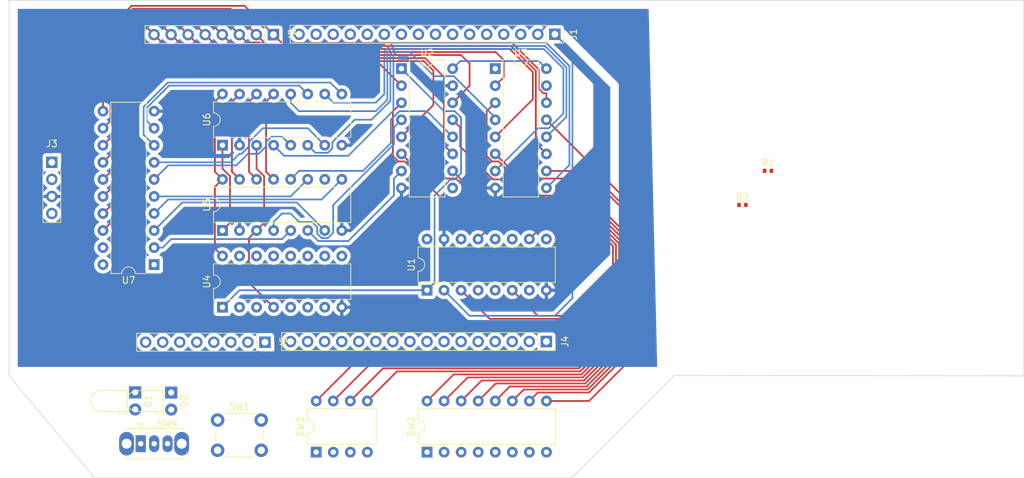
<source format=kicad_pcb>
(kicad_pcb (version 20211014) (generator pcbnew)
  (layers (0 "F.Cu" signal) (31 "B.Cu" signal) (34 "B.Paste" user) (35 "F.Paste" user) (36 "B.SilkS" user "B.Silkscreen") (37 "F.SilkS" user "F.Silkscreen") (38 "B.Mask" user) (39 "F.Mask" user) (44 "Edge.Cuts" user))
  (net 0 "")
  (net 1 "Net-(D1-Pad1)")
  (net 2 "Net-(D1-Pad2)")
  (net 3 "Net-(D2-Pad1)")
  (net 4 "Net-(D2-Pad2)")
  (net 5 "A0")
  (net 6 "A1")
  (net 7 "A2")
  (net 8 "A3")
  (net 9 "A4")
  (net 10 "A5")
  (net 11 "A6")
  (net 12 "A7")
  (net 13 "A8")
  (net 14 "A9")
  (net 15 "A10")
  (net 16 "A11")
  (net 17 "A12")
  (net 18 "A13")
  (net 19 "A14")
  (net 20 "A15")
  (net 21 "D0")
  (net 22 "D1")
  (net 23 "D2")
  (net 24 "D3")
  (net 25 "D4")
  (net 26 "D5")
  (net 27 "D6")
  (net 28 "D7")
  (net 29 "CLK")
  (net 30 "RST")
  (net 31 "GND")
  (net 32 "+5V")
  (net 33 "X")
  (net 34 "OI")
  (net 35 "MW")
  (net 36 "H")
  (net 37 "C")
  (net 38 "~{II}")
  (net 39 "Im")
  (net 40 "~{ΣO}")
  (net 41 "~{ΣI}")
  (net 42 "RO")
  (net 43 "RI")
  (net 44 "~{MO}")
  (net 45 "MI")
  (net 46 "~{CO}")
  (net 47 "CE")
  (net 48 "~{CI}")
  (net 57 "Net-(SW2-Pad9)")
  (net 58 "Net-(SW2-Pad10)")
  (net 59 "Net-(SW2-Pad11)")
  (net 60 "Net-(SW2-Pad12)")
  (net 61 "Net-(SW2-Pad13)")
  (net 62 "Net-(SW2-Pad14)")
  (net 63 "Net-(SW2-Pad15)")
  (net 64 "Net-(SW2-Pad16)")
  (net 69 "Net-(SW3-Pad5)")
  (net 70 "Net-(SW3-Pad6)")
  (net 71 "Net-(SW3-Pad7)")
  (net 72 "Net-(SW3-Pad8)")
  (net 74 "Net-(SW4-Pad2)")
  (net 75 "Net-(U1-Pad4)")
  (net 76 "Net-(U1-Pad7)")
  (net 77 "Net-(U1-Pad9)")
  (net 78 "Net-(U1-Pad12)")
  (net 79 "Net-(U2-Pad4)")
  (net 80 "Net-(U2-Pad7)")
  (net 81 "Net-(U2-Pad9)")
  (net 82 "Net-(U2-Pad12)")
  (net 84 "Net-(U3-Pad4)")
  (net 85 "Net-(U3-Pad7)")
  (net 86 "Net-(U3-Pad9)")
  (net 87 "Net-(U3-Pad12)")
  (net 90 "Net-(U4-Pad4)")
  (net 101 "Net-(U5-Pad5)")
  (net 102 "Net-(U5-Pad7)")
  (net 103 "Net-(U5-Pad9)")
  (net 104 "Net-(U5-Pad11)")
  (net 107 "Net-(U7-Pad6)")
  (net 108 "Net-(U7-Pad7)")
  (net 109 "Net-(U7-Pad8)")
  (net 110 "Net-(U7-Pad9)")
  (footprint "Connector_PinSocket_2.54mm:PinSocket_1x16_P2.54mm_Vertical" (layer "F.Cu") (at 146.05 113.055 -90)
    (fp_text reference "J4")
    (fp_text value "CTRL_BUS")
  )
  (footprint "Connector_PinSocket_2.54mm:PinSocket_1x08_P2.54mm_Vertical" (layer "F.Cu") (at 105.395 67.335 -90)
    (fp_text reference "J2")
    (fp_text value "DATA_BUS")
  )
  (footprint "Resistor_SMD:R_0402_1005Metric" (layer "F.Cu") (at 179.07 87.63)
    (fp_text reference "R1")
    (fp_text value "R")
  )
  (footprint "Connector_PinSocket_2.54mm:PinSocket_1x04_P2.54mm_Vertical" (layer "F.Cu") (at 72.39 86.36)
    (fp_text reference "J3")
    (fp_text value "Conn_01x03_Female")
  )
  (footprint "Connector_PinSocket_2.54mm:PinSocket_1x08_P2.54mm_Vertical" (layer "F.Cu") (at 104.14 113.15 -90)
    (fp_text reference "J5")
    (fp_text value "INST_REG")
  )
  (footprint "Package_DIP:DIP-16_W7.62mm" (layer "F.Cu") (at 97.805 96.51 90)
    (fp_text reference "U5")
    (fp_text value "74LS189")
  )
  (footprint "Package_DIP:DIP-16_W7.62mm" (layer "F.Cu") (at 97.805 83.81 90)
    (fp_text reference "U6")
    (fp_text value "74LS189")
  )
  (footprint "Package_DIP:DIP-16_W7.62mm" (layer "F.Cu") (at 128.285 129.53 90)
    (fp_text reference "SW2")
    (fp_text value "SW_DIP_x08")
  )
  (footprint "LED_THT:LED_D3.0mm_Horizontal_O1.27mm_Z2.0mm" (layer "F.Cu") (at 90.17 120.65 -90)
    (fp_text reference "D2")
    (fp_text value "LED")
  )
  (footprint "Package_DIP:DIP-20_W7.62mm" (layer "F.Cu") (at 87.63 101.6 180)
    (fp_text reference "U7")
    (fp_text value "74HC245")
  )
  (footprint "Button_Switch_THT:SW_PUSH_6mm" (layer "F.Cu") (at 97.08 124.75)
    (fp_text reference "SW1")
    (fp_text value "SW_DPDT_x2")
  )
  (footprint "Resistor_SMD:R_0402_1005Metric" (layer "F.Cu") (at 175.26 92.71)
    (fp_text reference "R2")
    (fp_text value "R")
  )
  (footprint "Package_DIP:DIP-16_W7.62mm" (layer "F.Cu") (at 124.47 72.405)
    (fp_text reference "U2")
    (fp_text value "74LS157")
  )
  (footprint "Package_DIP:DIP-16_W7.62mm" (layer "F.Cu") (at 138.44 72.405)
    (fp_text reference "U3")
    (fp_text value "74LS157")
  )
  (footprint "Package_DIP:DIP-16_W7.62mm" (layer "F.Cu") (at 128.27 105.41 90)
    (fp_text reference "U1")
    (fp_text value "74LS157")
  )
  (footprint "Connector_PinSocket_2.54mm:PinSocket_1x16_P2.54mm_Vertical" (layer "F.Cu") (at 147.32 67.285 -90)
    (fp_text reference "J1")
    (fp_text value "ADDR_BUS")
  )
  (footprint "Package_DIP:DIP-16_W7.62mm" (layer "F.Cu") (at 97.805 107.94 90)
    (fp_text reference "U4")
    (fp_text value "74LS158")
  )
  (footprint "Button_Switch_THT:SW_Slide_1P2T_CK_OS102011MS2Q" (layer "F.Cu") (at 85.63 128.27)
    (fp_text reference "SW4")
    (fp_text value "SW_Push")
  )
  (footprint "LED_THT:LED_D3.0mm_Horizontal_O1.27mm_Z2.0mm" (layer "F.Cu") (at 84.805 120.63 -90)
    (fp_text reference "D1")
    (fp_text value "LED")
  )
  (footprint "Package_DIP:DIP-8_W7.62mm" (layer "F.Cu") (at 111.77 129.53 90)
    (fp_text reference "SW3")
    (fp_text value "SW_DIP_x04")
  )
  (gr_line (start 78.74 133.35) (end 149.86 133.35) (layer "Edge.Cuts") (width 0.1))
  (gr_line (start 66.04 118.16) (end 66.04 62.23) (layer "Edge.Cuts") (width 0.1))
  (gr_line (start 165.1 118.11) (end 217.17 118.16) (layer "Edge.Cuts") (width 0.1))
  (gr_line (start 217.17 62.23) (end 217.17 118.16) (layer "Edge.Cuts") (width 0.1))
  (gr_line (start 165.1 118.11) (end 149.86 133.35) (layer "Edge.Cuts") (width 0.1))
  (gr_line (start 66.04 62.23) (end 217.17 62.23) (layer "Edge.Cuts") (width 0.1))
  (gr_line (start 66.04 118.16) (end 78.74 133.35) (layer "Edge.Cuts") (width 0.1))
  (segment (start 132.395991 78.74) (end 130.805 78.74) (width 0.25) (layer "B.Cu") (net 3))
  (segment (start 128.27 105.41) (end 129.395 104.285) (width 0.25) (layer "B.Cu") (net 3))
  (segment (start 132.425991 88.9) (end 133.35 87.975991) (width 0.25) (layer "B.Cu") (net 3))
  (segment (start 133.35 87.975991) (end 133.35 79.694009) (width 0.25) (layer "B.Cu") (net 3))
  (segment (start 133.35 79.694009) (end 132.395991 78.74) (width 0.25) (layer "B.Cu") (net 3))
  (segment (start 130.805 78.74) (end 124.47 72.405) (width 0.25) (layer "B.Cu") (net 3))
  (segment (start 129.395 91.289009) (end 131.784009 88.9) (width 0.25) (layer "B.Cu") (net 3))
  (segment (start 100.335 105.41) (end 97.805 107.94) (width 0.25) (layer "B.Cu") (net 3))
  (segment (start 128.27 105.41) (end 100.335 105.41) (width 0.25) (layer "B.Cu") (net 3))
  (segment (start 129.395 104.285) (end 129.395 91.289009) (width 0.25) (layer "B.Cu") (net 3))
  (segment (start 131.784009 88.9) (end 132.425991 88.9) (width 0.25) (layer "B.Cu") (net 3))
  (segment (start 149.938604 69.903604) (end 147.32 67.285) (width 0.25) (layer "B.Cu") (net 5))
  (segment (start 134.62 109.22) (end 147.32 109.22) (width 0.25) (layer "B.Cu") (net 5))
  (segment (start 149.938604 106.601396) (end 149.938604 69.903604) (width 0.25) (layer "B.Cu") (net 5))
  (segment (start 130.81 105.41) (end 134.62 109.22) (width 0.25) (layer "B.Cu") (net 5))
  (segment (start 147.32 109.22) (end 149.938604 106.601396) (width 0.25) (layer "B.Cu") (net 5))
  (segment (start 146.025 66.04) (end 146.05 66.04) (width 0.25) (layer "B.Cu") (net 6))
  (segment (start 144.78 67.285) (end 146.025 66.04) (width 0.25) (layer "B.Cu") (net 6))
  (segment (start 140.97 68.58) (end 144.935 72.545) (width 0.25) (layer "F.Cu") (net 21))
  (segment (start 145.594009 76.07) (end 146.06 76.07) (width 0.25) (layer "F.Cu") (net 21))
  (segment (start 84.27 63.05) (end 101.11 63.05) (width 0.25) (layer "F.Cu") (net 21))
  (segment (start 144.935 75.410991) (end 145.594009 76.07) (width 0.25) (layer "F.Cu") (net 21))
  (segment (start 106.64 68.58) (end 140.97 68.58) (width 0.25) (layer "F.Cu") (net 21))
  (segment (start 144.935 72.545) (end 144.935 75.410991) (width 0.25) (layer "F.Cu") (net 21))
  (segment (start 80.01 67.31) (end 84.27 63.05) (width 0.25) (layer "F.Cu") (net 21))
  (segment (start 80.01 78.74) (end 80.01 67.31) (width 0.25) (layer "F.Cu") (net 21))
  (segment (start 146.06 76.07) (end 146.06 77.485) (width 0.25) (layer "F.Cu") (net 21))
  (segment (start 101.11 63.05) (end 105.395 67.335) (width 0.25) (layer "F.Cu") (net 21))
  (segment (start 105.395 67.335) (end 106.64 68.58) (width 0.25) (layer "F.Cu") (net 21))
  (segment (start 144.485 83.53) (end 146.06 85.105) (width 0.25) (layer "F.Cu") (net 22))
  (segment (start 144.485 72.731396) (end 144.485 83.53) (width 0.25) (layer "F.Cu") (net 22))
  (segment (start 140.783604 69.03) (end 144.485 72.731396) (width 0.25) (layer "F.Cu") (net 22))
  (segment (start 81.135 80.155) (end 81.135 66.821396) (width 0.25) (layer "F.Cu") (net 22))
  (segment (start 102.855 67.335) (end 104.55 69.03) (width 0.25) (layer "F.Cu") (net 22))
  (segment (start 104.55 69.03) (end 140.783604 69.03) (width 0.25) (layer "F.Cu") (net 22))
  (segment (start 99.02 63.5) (end 102.855 67.335) (width 0.25) (layer "F.Cu") (net 22))
  (segment (start 80.01 81.28) (end 81.135 80.155) (width 0.25) (layer "F.Cu") (net 22))
  (segment (start 81.135 66.821396) (end 84.456396 63.5) (width 0.25) (layer "F.Cu") (net 22))
  (segment (start 84.456396 63.5) (end 99.02 63.5) (width 0.25) (layer "F.Cu") (net 22))
  (segment (start 80.01 83.82) (end 81.585 82.245) (width 0.25) (layer "F.Cu") (net 23))
  (segment (start 100.315 67.335) (end 101.49 68.51) (width 0.25) (layer "F.Cu") (net 23))
  (segment (start 144.035 72.917792) (end 144.035 76.97) (width 0.25) (layer "F.Cu") (net 23))
  (segment (start 81.585 67.007792) (end 84.642792 63.95) (width 0.25) (layer "F.Cu") (net 23))
  (segment (start 84.642792 63.95) (end 96.93 63.95) (width 0.25) (layer "F.Cu") (net 23))
  (segment (start 104.311701 69.48) (end 140.597208 69.48) (width 0.25) (layer "F.Cu") (net 23))
  (segment (start 81.585 82.245) (end 81.585 67.007792) (width 0.25) (layer "F.Cu") (net 23))
  (segment (start 144.035 76.97) (end 138.44 82.565) (width 0.25) (layer "F.Cu") (net 23))
  (segment (start 101.49 68.51) (end 103.341701 68.51) (width 0.25) (layer "F.Cu") (net 23))
  (segment (start 96.93 63.95) (end 100.315 67.335) (width 0.25) (layer "F.Cu") (net 23))
  (segment (start 140.597208 69.48) (end 144.035 72.917792) (width 0.25) (layer "F.Cu") (net 23))
  (segment (start 103.341701 68.51) (end 104.311701 69.48) (width 0.25) (layer "F.Cu") (net 23))
  (segment (start 138.51 69.93) (end 139.7 71.12) (width 0.25) (layer "F.Cu") (net 24))
  (segment (start 139.7 71.12) (end 139.7 73.685) (width 0.25) (layer "F.Cu") (net 24))
  (segment (start 80.01 86.36) (end 82.035 84.335) (width 0.25) (layer "F.Cu") (net 24))
  (segment (start 94.84 64.4) (end 97.775 67.335) (width 0.25) (layer "F.Cu") (net 24))
  (segment (start 82.035 67.194188) (end 84.829188 64.4) (width 0.25) (layer "F.Cu") (net 24))
  (segment (start 97.775 67.335) (end 100.37 69.93) (width 0.25) (layer "F.Cu") (net 24))
  (segment (start 139.7 73.685) (end 138.44 74.945) (width 0.25) (layer "F.Cu") (net 24))
  (segment (start 100.37 69.93) (end 138.51 69.93) (width 0.25) (layer "F.Cu") (net 24))
  (segment (start 82.035 84.335) (end 82.035 67.194188) (width 0.25) (layer "F.Cu") (net 24))
  (segment (start 84.829188 64.4) (end 94.84 64.4) (width 0.25) (layer "F.Cu") (net 24))
  (segment (start 133.35 70.38) (end 134.62 71.65) (width 0.25) (layer "F.Cu") (net 25))
  (segment (start 82.552792 86.357208) (end 82.552792 67.312792) (width 0.25) (layer "F.Cu") (net 25))
  (segment (start 92.75 64.85) (end 95.235 67.335) (width 0.25) (layer "F.Cu") (net 25))
  (segment (start 95.235 67.335) (end 98.28 70.38) (width 0.25) (layer "F.Cu") (net 25))
  (segment (start 98.28 70.38) (end 133.35 70.38) (width 0.25) (layer "F.Cu") (net 25))
  (segment (start 134.62 71.65) (end 134.62 74.955) (width 0.25) (layer "F.Cu") (net 25))
  (segment (start 82.552792 67.312792) (end 85.015584 64.85) (width 0.25) (layer "F.Cu") (net 25))
  (segment (start 134.62 74.955) (end 132.09 77.485) (width 0.25) (layer "F.Cu") (net 25))
  (segment (start 80.01 88.9) (end 82.552792 86.357208) (width 0.25) (layer "F.Cu") (net 25))
  (segment (start 85.015584 64.85) (end 92.75 64.85) (width 0.25) (layer "F.Cu") (net 25))
  (segment (start 130.81 73.66) (end 130.81 83.825) (width 0.25) (layer "F.Cu") (net 26))
  (segment (start 80.01 91.44) (end 82.868198 88.581802) (width 0.25) (layer "F.Cu") (net 26))
  (segment (start 92.695 67.335) (end 96.19 70.83) (width 0.25) (layer "F.Cu") (net 26))
  (segment (start 90.66 65.3) (end 92.695 67.335) (width 0.25) (layer "F.Cu") (net 26))
  (segment (start 82.868198 88.581802) (end 82.868198 86.678198) (width 0.25) (layer "F.Cu") (net 26))
  (segment (start 96.19 70.83) (end 127.98 70.83) (width 0.25) (layer "F.Cu") (net 26))
  (segment (start 83.002792 67.499188) (end 85.20198 65.3) (width 0.25) (layer "F.Cu") (net 26))
  (segment (start 130.81 83.825) (end 132.09 85.105) (width 0.25) (layer "F.Cu") (net 26))
  (segment (start 85.20198 65.3) (end 90.66 65.3) (width 0.25) (layer "F.Cu") (net 26))
  (segment (start 83.002792 86.543604) (end 83.002792 67.499188) (width 0.25) (layer "F.Cu") (net 26))
  (segment (start 127.98 70.83) (end 130.81 73.66) (width 0.25) (layer "F.Cu") (net 26))
  (segment (start 82.868198 86.678198) (end 83.002792 86.543604) (width 0.25) (layer "F.Cu") (net 26))
  (segment (start 80.01 93.98) (end 83.452792 90.537208) (width 0.25) (layer "F.Cu") (net 27))
  (segment (start 85.388376 65.75) (end 88.57 65.75) (width 0.25) (layer "F.Cu") (net 27))
  (segment (start 129.221802 77.813198) (end 124.47 82.565) (width 0.25) (layer "F.Cu") (net 27))
  (segment (start 88.57 65.75) (end 90.155 67.335) (width 0.25) (layer "F.Cu") (net 27))
  (segment (start 83.452792 67.685584) (end 85.388376 65.75) (width 0.25) (layer "F.Cu") (net 27))
  (segment (start 83.452792 90.537208) (end 83.452792 67.685584) (width 0.25) (layer "F.Cu") (net 27))
  (segment (start 94.1 71.28) (end 127.793604 71.28) (width 0.25) (layer "F.Cu") (net 27))
  (segment (start 127.793604 71.28) (end 129.221802 72.708198) (width 0.25) (layer "F.Cu") (net 27))
  (segment (start 129.221802 72.708198) (end 129.221802 77.813198) (width 0.25) (layer "F.Cu") (net 27))
  (segment (start 90.155 67.335) (end 94.1 71.28) (width 0.25) (layer "F.Cu") (net 27))
  (segment (start 85.574772 66.2) (end 86.48 66.2) (width 0.25) (layer "F.Cu") (net 28))
  (segment (start 87.615 67.335) (end 92.01 71.73) (width 0.25) (layer "F.Cu") (net 28))
  (segment (start 92.01 71.73) (end 121.255 71.73) (width 0.25) (layer "F.Cu") (net 28))
  (segment (start 80.01 96.52) (end 83.902792 92.627208) (width 0.25) (layer "F.Cu") (net 28))
  (segment (start 121.255 71.73) (end 124.47 74.945) (width 0.25) (layer "F.Cu") (net 28))
  (segment (start 86.48 66.2) (end 87.615 67.335) (width 0.25) (layer "F.Cu") (net 28))
  (segment (start 83.902792 67.87198) (end 85.574772 66.2) (width 0.25) (layer "F.Cu") (net 28))
  (segment (start 83.902792 92.627208) (end 83.902792 67.87198) (width 0.25) (layer "F.Cu") (net 28))
  (segment (start 97.805 76.19) (end 96.68 77.315) (width 0.25) (layer "F.Cu") (net 32))
  (segment (start 97.805 88.89) (end 96.68 90.015) (width 0.25) (layer "F.Cu") (net 32))
  (segment (start 96.68 90.015) (end 96.68 99.195) (width 0.25) (layer "F.Cu") (net 32))
  (segment (start 96.68 99.195) (end 97.805 100.32) (width 0.25) (layer "F.Cu") (net 32))
  (segment (start 96.68 87.765) (end 97.805 88.89) (width 0.25) (layer "F.Cu") (net 32))
  (segment (start 96.68 77.315) (end 96.68 87.765) (width 0.25) (layer "F.Cu") (net 32))
  (segment (start 132.09 72.405) (end 133.215 71.28) (width 0.25) (layer "B.Cu") (net 32))
  (segment (start 144.935 71.28) (end 146.06 72.405) (width 0.25) (layer "B.Cu") (net 32))
  (segment (start 133.215 71.28) (end 144.935 71.28) (width 0.25) (layer "B.Cu") (net 32))
  (segment (start 160.02 93.985) (end 146.06 80.025) (width 0.25) (layer "F.Cu") (net 57))
  (segment (start 152.41 121.91) (end 160.02 114.3) (width 0.25) (layer "F.Cu") (net 57))
  (segment (start 146.065 121.91) (end 152.41 121.91) (width 0.25) (layer "F.Cu") (net 57))
  (segment (start 160.02 114.3) (end 160.02 93.985) (width 0.25) (layer "F.Cu") (net 57))
  (segment (start 152.385 87.645) (end 146.06 87.645) (width 0.25) (layer "F.Cu") (net 58))
  (segment (start 159.57 113.48) (end 159.57 94.8) (width 0.25) (layer "F.Cu") (net 58))
  (segment (start 152.4 87.63) (end 152.385 87.645) (width 0.25) (layer "F.Cu") (net 58))
  (segment (start 143.525 121.91) (end 144.785 120.65) (width 0.25) (layer "F.Cu") (net 58))
  (segment (start 159.57 94.8) (end 152.4 87.63) (width 0.25) (layer "F.Cu") (net 58))
  (segment (start 144.785 120.65) (end 152.4 120.65) (width 0.25) (layer "F.Cu") (net 58))
  (segment (start 152.4 120.65) (end 159.57 113.48) (width 0.25) (layer "F.Cu") (net 58))
  (segment (start 142.695 120.2) (end 152.213604 120.2) (width 0.25) (layer "F.Cu") (net 59))
  (segment (start 152.213604 120.2) (end 159.12 113.293604) (width 0.25) (layer "F.Cu") (net 59))
  (segment (start 159.12 94.986396) (end 152.903604 88.77) (width 0.25) (layer "F.Cu") (net 59))
  (segment (start 142.105 88.77) (end 138.44 85.105) (width 0.25) (layer "F.Cu") (net 59))
  (segment (start 159.12 113.293604) (end 159.12 94.986396) (width 0.25) (layer "F.Cu") (net 59))
  (segment (start 152.903604 88.77) (end 142.105 88.77) (width 0.25) (layer "F.Cu") (net 59))
  (segment (start 140.985 121.91) (end 142.695 120.2) (width 0.25) (layer "F.Cu") (net 59))
  (segment (start 158.67 97.71) (end 152.27 91.31) (width 0.25) (layer "F.Cu") (net 60))
  (segment (start 137.974009 86.23) (end 137.16 85.415991) (width 0.25) (layer "F.Cu") (net 60))
  (segment (start 137.16 85.415991) (end 137.16 78.74) (width 0.25) (layer "F.Cu") (net 60))
  (segment (start 138.928604 86.23) (end 137.974009 86.23) (width 0.25) (layer "F.Cu") (net 60))
  (segment (start 152.027208 119.75) (end 158.67 113.107208) (width 0.25) (layer "F.Cu") (net 60))
  (segment (start 138.445 121.91) (end 139.7 120.655) (width 0.25) (layer "F.Cu") (net 60))
  (segment (start 158.67 113.107208) (end 158.67 97.71) (width 0.25) (layer "F.Cu") (net 60))
  (segment (start 139.7 120.655) (end 139.7 120.65) (width 0.25) (layer "F.Cu") (net 60))
  (segment (start 144.008604 91.31) (end 138.928604 86.23) (width 0.25) (layer "F.Cu") (net 60))
  (segment (start 139.7 120.65) (end 140.6 119.75) (width 0.25) (layer "F.Cu") (net 60))
  (segment (start 152.27 91.31) (end 144.008604 91.31) (width 0.25) (layer "F.Cu") (net 60))
  (segment (start 137.16 78.74) (end 138.43 77.47) (width 0.25) (layer "F.Cu") (net 60))
  (segment (start 140.6 119.75) (end 152.027208 119.75) (width 0.25) (layer "F.Cu") (net 60))
  (segment (start 158.22 112.920811) (end 158.22 97.896396) (width 0.25) (layer "F.Cu") (net 61))
  (segment (start 152.083604 91.76) (end 143.822208 91.76) (width 0.25) (layer "F.Cu") (net 61))
  (segment (start 151.840812 119.3) (end 158.22 112.920811) (width 0.25) (layer "F.Cu") (net 61))
  (segment (start 133.215 84.010991) (end 133.215 81.15) (width 0.25) (layer "F.Cu") (net 61))
  (segment (start 135.905 121.91) (end 138.515 119.3) (width 0.25) (layer "F.Cu") (net 61))
  (segment (start 158.22 97.896396) (end 152.083604 91.76) (width 0.25) (layer "F.Cu") (net 61))
  (segment (start 140.962208 88.9) (end 138.104009 88.9) (width 0.25) (layer "F.Cu") (net 61))
  (segment (start 138.515 119.3) (end 151.840812 119.3) (width 0.25) (layer "F.Cu") (net 61))
  (segment (start 133.215 81.15) (end 132.09 80.025) (width 0.25) (layer "F.Cu") (net 61))
  (segment (start 138.104009 88.9) (end 133.215 84.010991) (width 0.25) (layer "F.Cu") (net 61))
  (segment (start 143.822208 91.76) (end 140.962208 88.9) (width 0.25) (layer "F.Cu") (net 61))
  (segment (start 157.77 112.734416) (end 157.77 98.082792) (width 0.25) (layer "F.Cu") (net 62))
  (segment (start 136.655 92.21) (end 132.09 87.645) (width 0.25) (layer "F.Cu") (net 62))
  (segment (start 151.897208 92.21) (end 136.655 92.21) (width 0.25) (layer "F.Cu") (net 62))
  (segment (start 151.654416 118.85) (end 157.77 112.734416) (width 0.25) (layer "F.Cu") (net 62))
  (segment (start 133.365 121.91) (end 134.62 120.655) (width 0.25) (layer "F.Cu") (net 62))
  (segment (start 134.62 120.655) (end 134.62 120.65) (width 0.25) (layer "F.Cu") (net 62))
  (segment (start 136.42 118.85) (end 151.654416 118.85) (width 0.25) (layer "F.Cu") (net 62))
  (segment (start 157.77 98.082792) (end 151.897208 92.21) (width 0.25) (layer "F.Cu") (net 62))
  (segment (start 134.62 120.65) (end 136.42 118.85) (width 0.25) (layer "F.Cu") (net 62))
  (segment (start 130.825 121.91) (end 134.335 118.4) (width 0.25) (layer "F.Cu") (net 63))
  (segment (start 134.335 118.4) (end 151.46802 118.4) (width 0.25) (layer "F.Cu") (net 63))
  (segment (start 128.135 88.77) (end 124.47 85.105) (width 0.25) (layer "F.Cu") (net 63))
  (segment (start 151.46802 118.4) (end 157.32 112.54802) (width 0.25) (layer "F.Cu") (net 63))
  (segment (start 157.32 112.54802) (end 157.32 98.269188) (width 0.25) (layer "F.Cu") (net 63))
  (segment (start 157.32 98.269188) (end 151.710812 92.66) (width 0.25) (layer "F.Cu") (net 63))
  (segment (start 136.468604 92.66) (end 132.578604 88.77) (width 0.25) (layer "F.Cu") (net 63))
  (segment (start 151.710812 92.66) (end 136.468604 92.66) (width 0.25) (layer "F.Cu") (net 63))
  (segment (start 132.578604 88.77) (end 128.135 88.77) (width 0.25) (layer "F.Cu") (net 63))
  (segment (start 156.87 98.455584) (end 151.524416 93.11) (width 0.25) (layer "F.Cu") (net 64))
  (segment (start 151.524416 93.11) (end 136.282208 93.11) (width 0.25) (layer "F.Cu") (net 64))
  (segment (start 123.19 85.415991) (end 123.19 78.765) (width 0.25) (layer "F.Cu") (net 64))
  (segment (start 131.431193 92.725202) (end 124.935991 86.23) (width 0.25) (layer "F.Cu") (net 64))
  (segment (start 128.285 121.91) (end 132.245 117.95) (width 0.25) (layer "F.Cu") (net 64))
  (segment (start 156.87 112.361624) (end 156.87 98.455584) (width 0.25) (layer "F.Cu") (net 64))
  (segment (start 151.281624 117.95) (end 156.87 112.361624) (width 0.25) (layer "F.Cu") (net 64))
  (segment (start 124.004009 86.23) (end 123.19 85.415991) (width 0.25) (layer "F.Cu") (net 64))
  (segment (start 136.282208 93.11) (end 135.89741 92.725202) (width 0.25) (layer "F.Cu") (net 64))
  (segment (start 135.89741 92.725202) (end 131.431193 92.725202) (width 0.25) (layer "F.Cu") (net 64))
  (segment (start 132.245 117.95) (end 151.281624 117.95) (width 0.25) (layer "F.Cu") (net 64))
  (segment (start 124.935991 86.23) (end 124.004009 86.23) (width 0.25) (layer "F.Cu") (net 64))
  (segment (start 123.19 78.765) (end 124.47 77.485) (width 0.25) (layer "F.Cu") (net 64))
  (segment (start 151.095228 117.5) (end 156.42 112.175228) (width 0.25) (layer "F.Cu") (net 69))
  (segment (start 119.39 121.91) (end 123.8 117.5) (width 0.25) (layer "F.Cu") (net 69))
  (segment (start 151.33802 93.56) (end 140.12 93.56) (width 0.25) (layer "F.Cu") (net 69))
  (segment (start 156.42 98.64198) (end 151.33802 93.56) (width 0.25) (layer "F.Cu") (net 69))
  (segment (start 140.12 93.56) (end 135.89 97.79) (width 0.25) (layer "F.Cu") (net 69))
  (segment (start 123.8 117.5) (end 151.095228 117.5) (width 0.25) (layer "F.Cu") (net 69))
  (segment (start 156.42 112.175228) (end 156.42 98.64198) (width 0.25) (layer "F.Cu") (net 69))
  (segment (start 121.71 117.05) (end 150.908832 117.05) (width 0.25) (layer "F.Cu") (net 70))
  (segment (start 151.151624 94.01) (end 147.29 94.01) (width 0.25) (layer "F.Cu") (net 70))
  (segment (start 116.85 121.91) (end 121.71 117.05) (width 0.25) (layer "F.Cu") (net 70))
  (segment (start 155.97 111.988832) (end 155.97 98.828376) (width 0.25) (layer "F.Cu") (net 70))
  (segment (start 147.29 94.01) (end 143.51 97.79) (width 0.25) (layer "F.Cu") (net 70))
  (segment (start 150.908832 117.05) (end 155.97 111.988832) (width 0.25) (layer "F.Cu") (net 70))
  (segment (start 155.97 98.828376) (end 151.151624 94.01) (width 0.25) (layer "F.Cu") (net 70))
  (segment (start 144.78 109.22) (end 140.97 105.41) (width 0.25) (layer "F.Cu") (net 71))
  (segment (start 114.31 121.91) (end 119.62 116.6) (width 0.25) (layer "F.Cu") (net 71))
  (segment (start 151.13 109.22) (end 144.78 109.22) (width 0.25) (layer "F.Cu") (net 71))
  (segment (start 119.62 116.6) (end 150.722436 116.6) (width 0.25) (layer "F.Cu") (net 71))
  (segment (start 153.346218 113.976218) (end 153.346218 111.436218) (width 0.25) (layer "F.Cu") (net 71))
  (segment (start 153.346218 111.436218) (end 151.13 109.22) (width 0.25) (layer "F.Cu") (net 71))
  (segment (start 150.722436 116.6) (end 153.346218 113.976218) (width 0.25) (layer "F.Cu") (net 71))
  (segment (start 111.77 121.91) (end 117.53 116.15) (width 0.25) (layer "F.Cu") (net 72))
  (segment (start 152.896218 113.789822) (end 152.896218 111.622614) (width 0.25) (layer "F.Cu") (net 72))
  (segment (start 137.61 109.67) (end 133.35 105.41) (width 0.25) (layer "F.Cu") (net 72))
  (segment (start 152.896218 111.622614) (end 150.943604 109.67) (width 0.25) (layer "F.Cu") (net 72))
  (segment (start 117.53 116.15) (end 150.53604 116.15) (width 0.25) (layer "F.Cu") (net 72))
  (segment (start 150.53604 116.15) (end 152.896218 113.789822) (width 0.25) (layer "F.Cu") (net 72))
  (segment (start 150.943604 109.67) (end 137.61 109.67) (width 0.25) (layer "F.Cu") (net 72))
  (segment (start 104.3 87.765) (end 105.425 88.89) (width 0.25) (layer "F.Cu") (net 75))
  (segment (start 104.3 77.315) (end 104.3 87.765) (width 0.25) (layer "F.Cu") (net 75))
  (segment (start 105.425 76.19) (end 104.3 77.315) (width 0.25) (layer "F.Cu") (net 75))
  (segment (start 102.885 76.19) (end 101.76 77.315) (width 0.25) (layer "F.Cu") (net 76))
  (segment (start 101.76 87.765) (end 102.885 88.89) (width 0.25) (layer "F.Cu") (net 76))
  (segment (start 101.76 77.315) (end 101.76 87.765) (width 0.25) (layer "F.Cu") (net 76))
  (segment (start 99.22 87.765) (end 100.345 88.89) (width 0.25) (layer "F.Cu") (net 77))
  (segment (start 100.345 76.19) (end 99.22 77.315) (width 0.25) (layer "F.Cu") (net 77))
  (segment (start 99.22 77.315) (end 99.22 87.765) (width 0.25) (layer "F.Cu") (net 77))
  (segment (start 98.93 95.385) (end 97.805 96.51) (width 0.25) (layer "F.Cu") (net 78))
  (segment (start 97.805 87.299009) (end 98.93 88.424009) (width 0.25) (layer "F.Cu") (net 78))
  (segment (start 97.805 83.81) (end 97.805 87.299009) (width 0.25) (layer "F.Cu") (net 78))
  (segment (start 98.93 88.424009) (end 98.93 95.385) (width 0.25) (layer "F.Cu") (net 78))
  (segment (start 111.92 96.975991) (end 111.92 96.021396) (width 0.25) (layer "B.Cu") (net 79))
  (segment (start 114.3 96.845991) (end 113.510991 97.635) (width 0.25) (layer "B.Cu") (net 79))
  (segment (start 105.425 95.235) (end 105.425 96.51) (width 0.25) (layer "B.Cu") (net 79))
  (segment (start 107.95 93.98) (end 106.68 93.98) (width 0.25) (layer "B.Cu") (net 79))
  (segment (start 111.148604 95.25) (end 109.22 95.25) (width 0.25) (layer "B.Cu") (net 79))
  (segment (start 113.510991 97.635) (end 112.579009 97.635) (width 0.25) (layer "B.Cu") (net 79))
  (segment (start 124.47 80.025) (end 123.345 81.15) (width 0.25) (layer "B.Cu") (net 79))
  (segment (start 111.92 96.021396) (end 111.148604 95.25) (width 0.25) (layer "B.Cu") (net 79))
  (segment (start 123.345 81.15) (end 123.345 83.665) (width 0.25) (layer "B.Cu") (net 79))
  (segment (start 114.3 92.71) (end 114.3 96.845991) (width 0.25) (layer "B.Cu") (net 79))
  (segment (start 106.68 93.98) (end 105.425 95.235) (width 0.25) (layer "B.Cu") (net 79))
  (segment (start 123.345 83.665) (end 114.3 92.71) (width 0.25) (layer "B.Cu") (net 79))
  (segment (start 109.22 95.25) (end 107.95 93.98) (width 0.25) (layer "B.Cu") (net 79))
  (segment (start 112.579009 97.635) (end 111.92 96.975991) (width 0.25) (layer "B.Cu") (net 79))
  (segment (start 112.08 98.085) (end 116.545 98.085) (width 0.25) (layer "B.Cu") (net 80))
  (segment (start 110.505 96.51) (end 112.08 98.085) (width 0.25) (layer "B.Cu") (net 80))
  (segment (start 123.345 88.77) (end 124.47 87.645) (width 0.25) (layer "B.Cu") (net 80))
  (segment (start 116.545 98.085) (end 123.345 91.285) (width 0.25) (layer "B.Cu") (net 80))
  (segment (start 123.345 91.285) (end 123.345 88.77) (width 0.25) (layer "B.Cu") (net 80))
  (segment (start 122.895 83.478604) (end 122.895 80.009009) (width 0.25) (layer "B.Cu") (net 82))
  (segment (start 107.965 88.89) (end 109.225 87.63) (width 0.25) (layer "B.Cu") (net 82))
  (segment (start 118.743604 87.63) (end 122.895 83.478604) (width 0.25) (layer "B.Cu") (net 82))
  (segment (start 109.225 87.63) (end 118.743604 87.63) (width 0.25) (layer "B.Cu") (net 82))
  (segment (start 128.265 78.74) (end 132.09 82.565) (width 0.25) (layer "B.Cu") (net 82))
  (segment (start 122.895 80.009009) (end 124.164009 78.74) (width 0.25) (layer "B.Cu") (net 82))
  (segment (start 124.164009 78.74) (end 128.265 78.74) (width 0.25) (layer "B.Cu") (net 82))
  (segment (start 105.425 83.81) (end 107 85.385) (width 0.25) (layer "B.Cu") (net 84))
  (segment (start 123.749188 69.93) (end 125.73 69.93) (width 0.25) (layer "B.Cu") (net 84))
  (segment (start 123.27 78.66) (end 123.27 70.409188) (width 0.25) (layer "B.Cu") (net 84))
  (segment (start 129.33 73.53) (end 132.265991 73.53) (width 0.25) (layer "B.Cu") (net 84))
  (segment (start 116.545 85.385) (end 123.27 78.66) (width 0.25) (layer "B.Cu") (net 84))
  (segment (start 138.44 79.704009) (end 138.44 80.025) (width 0.25) (layer "B.Cu") (net 84))
  (segment (start 125.73 69.93) (end 129.33 73.53) (width 0.25) (layer "B.Cu") (net 84))
  (segment (start 123.27 70.409188) (end 123.749188 69.93) (width 0.25) (layer "B.Cu") (net 84))
  (segment (start 107 85.385) (end 116.545 85.385) (width 0.25) (layer "B.Cu") (net 84))
  (segment (start 132.265991 73.53) (end 138.44 79.704009) (width 0.25) (layer "B.Cu") (net 84))
  (segment (start 122.82 70.222792) (end 123.562792 69.48) (width 0.25) (layer "B.Cu") (net 85))
  (segment (start 145.677208 69.48) (end 148.588604 72.391396) (width 0.25) (layer "B.Cu") (net 85))
  (segment (start 113.510991 84.935) (end 114.17 84.275991) (width 0.25) (layer "B.Cu") (net 85))
  (segment (start 148.588604 79.087387) (end 146.395991 81.28) (width 0.25) (layer "B.Cu") (net 85))
  (segment (start 122.82 77.206396) (end 122.82 70.222792) (width 0.25) (layer "B.Cu") (net 85))
  (segment (start 111.63 84.935) (end 113.510991 84.935) (width 0.25) (layer "B.Cu") (net 85))
  (segment (start 120.016396 80.01) (end 122.82 77.206396) (width 0.25) (layer "B.Cu") (net 85))
  (segment (start 148.588604 72.391396) (end 148.588604 79.087387) (width 0.25) (layer "B.Cu") (net 85))
  (segment (start 117.504009 80.01) (end 120.016396 80.01) (width 0.25) (layer "B.Cu") (net 85))
  (segment (start 144.805 81.28) (end 138.44 87.645) (width 0.25) (layer "B.Cu") (net 85))
  (segment (start 114.17 84.275991) (end 114.17 83.344009) (width 0.25) (layer "B.Cu") (net 85))
  (segment (start 146.395991 81.28) (end 144.805 81.28) (width 0.25) (layer "B.Cu") (net 85))
  (segment (start 123.562792 69.48) (end 145.677208 69.48) (width 0.25) (layer "B.Cu") (net 85))
  (segment (start 110.505 83.81) (end 111.63 84.935) (width 0.25) (layer "B.Cu") (net 85))
  (segment (start 114.17 83.344009) (end 117.504009 80.01) (width 0.25) (layer "B.Cu") (net 85))
  (segment (start 114.325 77.47) (end 120.65 77.47) (width 0.25) (layer "B.Cu") (net 86))
  (segment (start 149.488604 72.018604) (end 149.488604 86.756396) (width 0.25) (layer "B.Cu") (net 86))
  (segment (start 120.65 77.47) (end 121.92 76.2) (width 0.25) (layer "B.Cu") (net 86))
  (segment (start 123.19 68.58) (end 146.05 68.58) (width 0.25) (layer "B.Cu") (net 86))
  (segment (start 146.05 68.58) (end 149.488604 72.018604) (width 0.25) (layer "B.Cu") (net 86))
  (segment (start 121.92 76.2) (end 121.92 69.85) (width 0.25) (layer "B.Cu") (net 86))
  (segment (start 113.045 76.19) (end 114.325 77.47) (width 0.25) (layer "B.Cu") (net 86))
  (segment (start 121.92 69.85) (end 123.19 68.58) (width 0.25) (layer "B.Cu") (net 86))
  (segment (start 149.488604 86.756396) (end 146.06 90.185) (width 0.25) (layer "B.Cu") (net 86))
  (segment (start 145.863604 69.03) (end 149.038604 72.205) (width 0.25) (layer "B.Cu") (net 87))
  (segment (start 122.37 70.036396) (end 123.376396 69.03) (width 0.25) (layer "B.Cu") (net 87))
  (segment (start 120.65 78.74) (end 122.37 77.02) (width 0.25) (layer "B.Cu") (net 87))
  (segment (start 109.22 78.74) (end 120.65 78.74) (width 0.25) (layer "B.Cu") (net 87))
  (segment (start 149.038604 79.586396) (end 146.06 82.565) (width 0.25) (layer "B.Cu") (net 87))
  (segment (start 123.376396 69.03) (end 145.863604 69.03) (width 0.25) (layer "B.Cu") (net 87))
  (segment (start 149.038604 72.205) (end 149.038604 79.586396) (width 0.25) (layer "B.Cu") (net 87))
  (segment (start 122.37 77.02) (end 122.37 70.036396) (width 0.25) (layer "B.Cu") (net 87))
  (segment (start 107.965 76.19) (end 107.965 77.485) (width 0.25) (layer "B.Cu") (net 87))
  (segment (start 107.965 77.485) (end 109.22 78.74) (width 0.25) (layer "B.Cu") (net 87))
  (segment (start 102.885 96.51) (end 101.76 97.635) (width 0.25) (layer "F.Cu") (net 90))
  (segment (start 104.01 88.424009) (end 104.01 95.385) (width 0.25) (layer "F.Cu") (net 90))
  (segment (start 101.76 97.635) (end 101.76 104.275) (width 0.25) (layer "F.Cu") (net 90))
  (segment (start 104.01 95.385) (end 102.885 96.51) (width 0.25) (layer "F.Cu") (net 90))
  (segment (start 101.76 104.275) (end 105.425 107.94) (width 0.25) (layer "F.Cu") (net 90))
  (segment (start 102.885 83.81) (end 102.885 87.299009) (width 0.25) (layer "F.Cu") (net 90))
  (segment (start 102.885 87.299009) (end 104.01 88.424009) (width 0.25) (layer "F.Cu") (net 90))
  (segment (start 88.9 99.06) (end 90.17 97.79) (width 0.25) (layer "B.Cu") (net 101))
  (segment (start 87.63 99.06) (end 88.9 99.06) (width 0.25) (layer "B.Cu") (net 101))
  (segment (start 90.17 97.79) (end 106.685 97.79) (width 0.25) (layer "B.Cu") (net 101))
  (segment (start 106.685 97.79) (end 107.965 96.51) (width 0.25) (layer "B.Cu") (net 101))
  (segment (start 87.63 96.52) (end 91.81 92.34) (width 0.25) (layer "B.Cu") (net 102))
  (segment (start 91.81 92.34) (end 108.875 92.34) (width 0.25) (layer "B.Cu") (net 102))
  (segment (start 108.875 92.34) (end 113.045 96.51) (width 0.25) (layer "B.Cu") (net 102))
  (segment (start 87.63 93.98) (end 89.72 91.89) (width 0.25) (layer "B.Cu") (net 103))
  (segment (start 112.585 91.89) (end 115.585 88.89) (width 0.25) (layer "B.Cu") (net 103))
  (segment (start 89.72 91.89) (end 112.585 91.89) (width 0.25) (layer "B.Cu") (net 103))
  (segment (start 107.955 91.44) (end 110.505 88.89) (width 0.25) (layer "B.Cu") (net 104))
  (segment (start 87.63 91.44) (end 107.955 91.44) (width 0.25) (layer "B.Cu") (net 104))
  (segment (start 106.705 82.55) (end 107.965 83.81) (width 0.25) (layer "B.Cu") (net 107))
  (segment (start 87.63 88.9) (end 89.72 86.81) (width 0.25) (layer "B.Cu") (net 107))
  (segment (start 103.195991 85.09) (end 104.3 83.985991) (width 0.25) (layer "B.Cu") (net 107))
  (segment (start 99.88 86.81) (end 101.6 85.09) (width 0.25) (layer "B.Cu") (net 107))
  (segment (start 104.3 83.344009) (end 105.094009 82.55) (width 0.25) (layer "B.Cu") (net 107))
  (segment (start 101.6 85.09) (end 103.195991 85.09) (width 0.25) (layer "B.Cu") (net 107))
  (segment (start 105.094009 82.55) (end 106.705 82.55) (width 0.25) (layer "B.Cu") (net 107))
  (segment (start 89.72 86.81) (end 99.88 86.81) (width 0.25) (layer "B.Cu") (net 107))
  (segment (start 104.3 83.985991) (end 104.3 83.344009) (width 0.25) (layer "B.Cu") (net 107))
  (segment (start 110.515 81.28) (end 113.045 83.81) (width 0.25) (layer "B.Cu") (net 108))
  (segment (start 100.655991 85.09) (end 101.76 83.985991) (width 0.25) (layer "B.Cu") (net 108))
  (segment (start 99.06 86.36) (end 100.33 85.09) (width 0.25) (layer "B.Cu") (net 108))
  (segment (start 100.33 85.09) (end 100.655991 85.09) (width 0.25) (layer "B.Cu") (net 108))
  (segment (start 101.76 83.985991) (end 101.76 83.344009) (width 0.25) (layer "B.Cu") (net 108))
  (segment (start 101.76 83.344009) (end 103.824009 81.28) (width 0.25) (layer "B.Cu") (net 108))
  (segment (start 87.63 86.36) (end 99.06 86.36) (width 0.25) (layer "B.Cu") (net 108))
  (segment (start 103.824009 81.28) (end 110.515 81.28) (width 0.25) (layer "B.Cu") (net 108))
  (segment (start 113.875 74.48) (end 115.585 76.19) (width 0.25) (layer "B.Cu") (net 109))
  (segment (start 86.055 78.087613) (end 89.662613 74.48) (width 0.25) (layer "B.Cu") (net 109))
  (segment (start 86.055 82.245) (end 86.055 78.087613) (width 0.25) (layer "B.Cu") (net 109))
  (segment (start 89.662613 74.48) (end 113.875 74.48) (width 0.25) (layer "B.Cu") (net 109))
  (segment (start 87.63 83.82) (end 86.055 82.245) (width 0.25) (layer "B.Cu") (net 109))
  (segment (start 89.849009 74.93) (end 109.245 74.93) (width 0.25) (layer "B.Cu") (net 110))
  (segment (start 87.63 81.28) (end 86.505 80.155) (width 0.25) (layer "B.Cu") (net 110))
  (segment (start 109.245 74.93) (end 110.505 76.19) (width 0.25) (layer "B.Cu") (net 110))
  (segment (start 86.505 80.155) (end 86.505 78.274009) (width 0.25) (layer "B.Cu") (net 110))
  (segment (start 86.505 78.274009) (end 89.849009 74.93) (width 0.25) (layer "B.Cu") (net 110))
  (zone (net 31) (net_name "GND") (layer "B.Cu") (connect_pads (clearance 0.508)) (min_thickness 0.254) (fill yes (thermal_gap 0.508) (thermal_bridge_width 0.508))
    (polygon (pts (xy 162.56 116.84) (xy 67.31 116.84) (xy 67.31 63.5) (xy 161.29 63.5)))
  )
)
</source>
